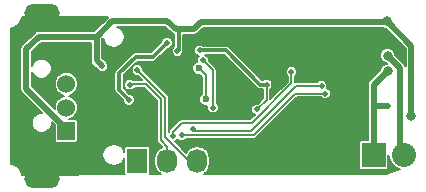
<source format=gbr>
G04 #@! TF.FileFunction,Copper,L2,Bot,Signal*
%FSLAX46Y46*%
G04 Gerber Fmt 4.6, Leading zero omitted, Abs format (unit mm)*
G04 Created by KiCad (PCBNEW 4.0.5) date Friday, February 03, 2017 'PMt' 07:29:22 PM*
%MOMM*%
%LPD*%
G01*
G04 APERTURE LIST*
%ADD10C,0.100000*%
%ADD11O,3.000000X1.500000*%
%ADD12R,1.524000X1.524000*%
%ADD13C,1.524000*%
%ADD14R,1.727200X2.032000*%
%ADD15O,1.727200X2.032000*%
%ADD16R,2.032000X2.032000*%
%ADD17O,2.032000X2.032000*%
%ADD18C,0.600000*%
%ADD19C,0.500000*%
%ADD20C,0.800000*%
%ADD21C,0.500000*%
%ADD22C,0.300000*%
%ADD23C,0.160000*%
%ADD24C,0.200000*%
G04 APERTURE END LIST*
D10*
D11*
X87900000Y-60000000D03*
D12*
X90000000Y-70000000D03*
D13*
X90000000Y-68000000D03*
X90000000Y-66000000D03*
X90000000Y-64000000D03*
D11*
X87900000Y-74000000D03*
D14*
X96000000Y-72500000D03*
D15*
X98540000Y-72500000D03*
X101080000Y-72500000D03*
X103620000Y-72500000D03*
D16*
X116000000Y-72000000D03*
D17*
X118540000Y-72000000D03*
D18*
X88100000Y-63150000D03*
X90100000Y-60850000D03*
X113250000Y-71900000D03*
X114900000Y-69250000D03*
X114650000Y-62100000D03*
X107700000Y-62500000D03*
X107500000Y-61500000D03*
X109750000Y-62450000D03*
X104500000Y-61550000D03*
X109000000Y-71400000D03*
X106300000Y-70750000D03*
X90500000Y-73000000D03*
D19*
X101600000Y-61500000D03*
X99600000Y-66000000D03*
X102300000Y-68700000D03*
X99600000Y-68300000D03*
X97450000Y-68300000D03*
X95000000Y-69000000D03*
X99400000Y-63200000D03*
X93900000Y-60650000D03*
X93050000Y-64500000D03*
X110100000Y-60750000D03*
D20*
X119200000Y-68700000D03*
X117100000Y-60700000D03*
D19*
X99000000Y-70400000D03*
X109050000Y-65000000D03*
D18*
X101800000Y-67300000D03*
X101200000Y-64650000D03*
D19*
X98500000Y-62500000D03*
X95275000Y-67325000D03*
X106150000Y-68150000D03*
X106950000Y-66050000D03*
X101300000Y-63150000D03*
X117200000Y-67850000D03*
D20*
X117200000Y-64900000D03*
X117200000Y-63600000D03*
D19*
X96000000Y-64800000D03*
X95350000Y-66050000D03*
X101550000Y-64000000D03*
X102400000Y-68000000D03*
X111600000Y-66150000D03*
X100700000Y-69800000D03*
X111900000Y-66800000D03*
X99750000Y-70300000D03*
D21*
X87900000Y-60000000D02*
X87900000Y-61150000D01*
X87900000Y-74000000D02*
X87900000Y-72650000D01*
D22*
X100300000Y-65250000D02*
X100300000Y-65300000D01*
X101600000Y-61500000D02*
X100300000Y-62800000D01*
X100300000Y-62800000D02*
X100300000Y-65250000D01*
X100300000Y-65300000D02*
X99600000Y-66000000D01*
X102300000Y-68700000D02*
X101900000Y-68300000D01*
X101900000Y-68300000D02*
X99600000Y-68300000D01*
X95700000Y-68300000D02*
X97450000Y-68300000D01*
X95000000Y-69000000D02*
X95700000Y-68300000D01*
X99500000Y-63150000D02*
X99500000Y-61350000D01*
X99400000Y-63250000D02*
X99500000Y-63150000D01*
X99400000Y-63200000D02*
X99400000Y-63250000D01*
D21*
X92550000Y-64000000D02*
X92550000Y-62000000D01*
X93050000Y-64500000D02*
X92550000Y-64000000D01*
X90000000Y-70000000D02*
X90000000Y-69800000D01*
X90000000Y-69800000D02*
X86600000Y-66400000D01*
X86600000Y-66400000D02*
X86600000Y-63050000D01*
X86600000Y-63050000D02*
X87650000Y-62000000D01*
X87650000Y-62000000D02*
X92550000Y-62000000D01*
X92550000Y-62000000D02*
X93900000Y-60650000D01*
X110100000Y-60750000D02*
X117050000Y-60750000D01*
X117050000Y-60750000D02*
X117100000Y-60700000D01*
X99250000Y-61350000D02*
X99500000Y-61350000D01*
X99500000Y-61350000D02*
X100800000Y-61350000D01*
X101400000Y-60750000D02*
X110100000Y-60750000D01*
X100800000Y-61350000D02*
X101400000Y-60750000D01*
X98550000Y-60650000D02*
X93900000Y-60650000D01*
X99250000Y-61350000D02*
X98550000Y-60650000D01*
X119200000Y-62800000D02*
X119200000Y-68700000D01*
X117100000Y-60700000D02*
X119200000Y-62800000D01*
D23*
X109050000Y-65000000D02*
X109050000Y-65950000D01*
X99000000Y-70400000D02*
X99000000Y-70050000D01*
X99000000Y-70050000D02*
X99750000Y-69300000D01*
X99750000Y-69300000D02*
X105700000Y-69300000D01*
X105700000Y-69300000D02*
X109050000Y-65950000D01*
D24*
X101800000Y-65250000D02*
X101800000Y-67300000D01*
X101200000Y-64650000D02*
X101800000Y-65250000D01*
D22*
X94450000Y-66500000D02*
X95275000Y-67325000D01*
X94450000Y-65100000D02*
X94450000Y-66500000D01*
X95850000Y-63700000D02*
X94450000Y-65100000D01*
X97300000Y-63700000D02*
X95850000Y-63700000D01*
X98500000Y-62500000D02*
X97300000Y-63700000D01*
D23*
X106950000Y-67350000D02*
X106950000Y-66050000D01*
X106150000Y-68150000D02*
X106950000Y-67350000D01*
D22*
X106400000Y-66050000D02*
X106950000Y-66050000D01*
X103500000Y-63150000D02*
X106400000Y-66050000D01*
X101300000Y-63150000D02*
X103500000Y-63150000D01*
D21*
X117200000Y-67850000D02*
X116000000Y-67850000D01*
X116000000Y-67850000D02*
X116050000Y-67850000D01*
X116050000Y-67850000D02*
X116000000Y-67850000D01*
X116000000Y-66100000D02*
X116000000Y-67850000D01*
X116000000Y-67850000D02*
X116000000Y-72000000D01*
X117200000Y-64900000D02*
X116000000Y-66100000D01*
X117200000Y-63600000D02*
X118250000Y-64650000D01*
X118250000Y-64650000D02*
X118250000Y-71710000D01*
X118250000Y-71710000D02*
X118540000Y-72000000D01*
D23*
X98350000Y-70500000D02*
X100350000Y-72500000D01*
X98350000Y-67150000D02*
X98350000Y-70500000D01*
X96000000Y-64800000D02*
X98350000Y-67150000D01*
X100350000Y-72500000D02*
X101080000Y-72500000D01*
X96700000Y-66000000D02*
X98000000Y-67300000D01*
X98000000Y-67300000D02*
X98000000Y-70750000D01*
X98000000Y-70750000D02*
X98540000Y-71290000D01*
X98540000Y-71290000D02*
X98540000Y-72500000D01*
X95400000Y-66000000D02*
X96700000Y-66000000D01*
X95350000Y-66050000D02*
X95400000Y-66000000D01*
X102400000Y-67550000D02*
X102400000Y-64850000D01*
X101550000Y-64000000D02*
X102400000Y-64850000D01*
X102400000Y-68000000D02*
X102400000Y-67550000D01*
X100900000Y-69950000D02*
X105650000Y-69950000D01*
X105650000Y-69950000D02*
X106350000Y-69250000D01*
X106350000Y-69250000D02*
X109450000Y-66150000D01*
X109450000Y-66150000D02*
X111600000Y-66150000D01*
X100850000Y-69950000D02*
X100900000Y-69950000D01*
X100700000Y-69800000D02*
X100850000Y-69950000D01*
X109350000Y-66800000D02*
X111900000Y-66800000D01*
X105850000Y-70300000D02*
X109350000Y-66800000D01*
X99750000Y-70300000D02*
X105850000Y-70300000D01*
X99750000Y-70300000D02*
X99750000Y-70300000D01*
G36*
X91030692Y-60322754D02*
X91059393Y-60328463D01*
X91075000Y-60330000D01*
X93526989Y-60330000D01*
X93484840Y-60372075D01*
X93484755Y-60372280D01*
X92347036Y-61510000D01*
X87650000Y-61510000D01*
X87462485Y-61547299D01*
X87303518Y-61653518D01*
X86253518Y-62703518D01*
X86147299Y-62862485D01*
X86110000Y-63050000D01*
X86110000Y-66400000D01*
X86147299Y-66587515D01*
X86253518Y-66746482D01*
X87967094Y-68460058D01*
X87733647Y-68459854D01*
X87424800Y-68587467D01*
X87188298Y-68823557D01*
X87060146Y-69132181D01*
X87059854Y-69466353D01*
X87187467Y-69775200D01*
X87423557Y-70011702D01*
X87732181Y-70139854D01*
X88066353Y-70140146D01*
X88375200Y-70012533D01*
X88611702Y-69776443D01*
X88739854Y-69467819D01*
X88740059Y-69233023D01*
X88993299Y-69486263D01*
X88993299Y-70762000D01*
X89010034Y-70850938D01*
X89062596Y-70932623D01*
X89142798Y-70987422D01*
X89238000Y-71006701D01*
X90762000Y-71006701D01*
X90850938Y-70989966D01*
X90932623Y-70937404D01*
X90987422Y-70857202D01*
X91006701Y-70762000D01*
X91006701Y-69238000D01*
X90989966Y-69149062D01*
X90937404Y-69067377D01*
X90857202Y-69012578D01*
X90762000Y-68993299D01*
X90219913Y-68993299D01*
X90566846Y-68849949D01*
X90848959Y-68568328D01*
X91001825Y-68200184D01*
X91002173Y-67801564D01*
X90849949Y-67433154D01*
X90568328Y-67151041D01*
X90204138Y-66999817D01*
X90566846Y-66849949D01*
X90848959Y-66568328D01*
X91001825Y-66200184D01*
X91002173Y-65801564D01*
X90849949Y-65433154D01*
X90568328Y-65151041D01*
X90445408Y-65100000D01*
X94059999Y-65100000D01*
X94060000Y-65100005D01*
X94060000Y-66499995D01*
X94059999Y-66500000D01*
X94077902Y-66590000D01*
X94089687Y-66649247D01*
X94154657Y-66746482D01*
X94174228Y-66775772D01*
X94784946Y-67386490D01*
X94784915Y-67422039D01*
X94859356Y-67602200D01*
X94997075Y-67740160D01*
X95177105Y-67814915D01*
X95372039Y-67815085D01*
X95552200Y-67740644D01*
X95690160Y-67602925D01*
X95764915Y-67422895D01*
X95765085Y-67227961D01*
X95690644Y-67047800D01*
X95552925Y-66909840D01*
X95372895Y-66835085D01*
X95336597Y-66835053D01*
X94840000Y-66338456D01*
X94840000Y-65261544D01*
X96011544Y-64090000D01*
X97299995Y-64090000D01*
X97300000Y-64090001D01*
X97424485Y-64065239D01*
X97449247Y-64060313D01*
X97575772Y-63975772D01*
X98561489Y-62990054D01*
X98597039Y-62990085D01*
X98777200Y-62915644D01*
X98915160Y-62777925D01*
X98989915Y-62597895D01*
X98990085Y-62402961D01*
X98915644Y-62222800D01*
X98777925Y-62084840D01*
X98597895Y-62010085D01*
X98402961Y-62009915D01*
X98222800Y-62084356D01*
X98084840Y-62222075D01*
X98010085Y-62402105D01*
X98010053Y-62438403D01*
X97138456Y-63310000D01*
X95850005Y-63310000D01*
X95850000Y-63309999D01*
X95725515Y-63334761D01*
X95700753Y-63339687D01*
X95611615Y-63399247D01*
X95574228Y-63424228D01*
X94174228Y-64824228D01*
X94089687Y-64950753D01*
X94089687Y-64950754D01*
X94059999Y-65100000D01*
X90445408Y-65100000D01*
X90200184Y-64998175D01*
X89801564Y-64997827D01*
X89433154Y-65150051D01*
X89151041Y-65431672D01*
X88998175Y-65799816D01*
X88997827Y-66198436D01*
X89150051Y-66566846D01*
X89431672Y-66848959D01*
X89795862Y-67000183D01*
X89433154Y-67150051D01*
X89151041Y-67431672D01*
X88998175Y-67799816D01*
X88997909Y-68104945D01*
X87090000Y-66197036D01*
X87090000Y-64939312D01*
X87187467Y-65175200D01*
X87423557Y-65411702D01*
X87732181Y-65539854D01*
X88066353Y-65540146D01*
X88375200Y-65412533D01*
X88611702Y-65176443D01*
X88739854Y-64867819D01*
X88740146Y-64533647D01*
X88612533Y-64224800D01*
X88376443Y-63988298D01*
X88067819Y-63860146D01*
X87733647Y-63859854D01*
X87424800Y-63987467D01*
X87188298Y-64223557D01*
X87090000Y-64460285D01*
X87090000Y-63252964D01*
X87852964Y-62490000D01*
X92060000Y-62490000D01*
X92060000Y-64000000D01*
X92097299Y-64187515D01*
X92203518Y-64346482D01*
X92702930Y-64845894D01*
X92772075Y-64915160D01*
X92952105Y-64989915D01*
X93147039Y-64990085D01*
X93327200Y-64915644D01*
X93465160Y-64777925D01*
X93539915Y-64597895D01*
X93540085Y-64402961D01*
X93465644Y-64222800D01*
X93327925Y-64084840D01*
X93327718Y-64084754D01*
X93040000Y-63797036D01*
X93040000Y-62202964D01*
X93104305Y-62138659D01*
X93147004Y-62353322D01*
X93347145Y-62652855D01*
X93646678Y-62852996D01*
X94000000Y-62923276D01*
X94353322Y-62852996D01*
X94652855Y-62652855D01*
X94852996Y-62353322D01*
X94923276Y-62000000D01*
X94852996Y-61646678D01*
X94652855Y-61347145D01*
X94353322Y-61147004D01*
X94318110Y-61140000D01*
X98347036Y-61140000D01*
X98903517Y-61696482D01*
X99047402Y-61792623D01*
X99062485Y-61802701D01*
X99110000Y-61812152D01*
X99110000Y-62797134D01*
X98984840Y-62922075D01*
X98910085Y-63102105D01*
X98909915Y-63297039D01*
X98984356Y-63477200D01*
X99122075Y-63615160D01*
X99302105Y-63689915D01*
X99497039Y-63690085D01*
X99677200Y-63615644D01*
X99815160Y-63477925D01*
X99889915Y-63297895D01*
X99890085Y-63102961D01*
X99890000Y-63102755D01*
X99890000Y-61840000D01*
X100800000Y-61840000D01*
X100987515Y-61802701D01*
X101146482Y-61696482D01*
X101602964Y-61240000D01*
X110099572Y-61240000D01*
X110197039Y-61240085D01*
X110197245Y-61240000D01*
X116734751Y-61240000D01*
X116736996Y-61242249D01*
X116972138Y-61339888D01*
X117046989Y-61339954D01*
X118710000Y-63002965D01*
X118710000Y-64499180D01*
X118702701Y-64462485D01*
X118596482Y-64303518D01*
X117840046Y-63547082D01*
X117840111Y-63473255D01*
X117742882Y-63237943D01*
X117563004Y-63057751D01*
X117327862Y-62960112D01*
X117073255Y-62959889D01*
X116837943Y-63057118D01*
X116657751Y-63236996D01*
X116560112Y-63472138D01*
X116559889Y-63726745D01*
X116657118Y-63962057D01*
X116836996Y-64142249D01*
X117072138Y-64239888D01*
X117146990Y-64239954D01*
X117167007Y-64259971D01*
X117073255Y-64259889D01*
X116837943Y-64357118D01*
X116657751Y-64536996D01*
X116560112Y-64772138D01*
X116560046Y-64846989D01*
X115653518Y-65753518D01*
X115547299Y-65912485D01*
X115510000Y-66100000D01*
X115510000Y-70739299D01*
X114984000Y-70739299D01*
X114895062Y-70756034D01*
X114813377Y-70808596D01*
X114758578Y-70888798D01*
X114739299Y-70984000D01*
X114739299Y-73016000D01*
X114756034Y-73104938D01*
X114808596Y-73186623D01*
X114888798Y-73241422D01*
X114984000Y-73260701D01*
X117016000Y-73260701D01*
X117104938Y-73243966D01*
X117186623Y-73191404D01*
X117241422Y-73111202D01*
X117260701Y-73016000D01*
X117260701Y-72006571D01*
X117355001Y-72480650D01*
X117627268Y-72888126D01*
X118034744Y-73160393D01*
X118242101Y-73201639D01*
X117057793Y-73596408D01*
X116912413Y-73620000D01*
X101616968Y-73620000D01*
X101860363Y-73457369D01*
X102099593Y-73099335D01*
X102183600Y-72677006D01*
X102183600Y-72322994D01*
X102099593Y-71900665D01*
X101860363Y-71542631D01*
X101502329Y-71303401D01*
X101080000Y-71219394D01*
X100657671Y-71303401D01*
X100299637Y-71542631D01*
X100117607Y-71815059D01*
X99164683Y-70862135D01*
X99277200Y-70815644D01*
X99415160Y-70677925D01*
X99420960Y-70663956D01*
X99472075Y-70715160D01*
X99652105Y-70789915D01*
X99847039Y-70790085D01*
X100027200Y-70715644D01*
X100123011Y-70620000D01*
X105850000Y-70620000D01*
X105972459Y-70595641D01*
X106076274Y-70526274D01*
X109482549Y-67120000D01*
X111527081Y-67120000D01*
X111622075Y-67215160D01*
X111802105Y-67289915D01*
X111997039Y-67290085D01*
X112177200Y-67215644D01*
X112315160Y-67077925D01*
X112389915Y-66897895D01*
X112390085Y-66702961D01*
X112315644Y-66522800D01*
X112177925Y-66384840D01*
X112054356Y-66333530D01*
X112089915Y-66247895D01*
X112090085Y-66052961D01*
X112015644Y-65872800D01*
X111877925Y-65734840D01*
X111697895Y-65660085D01*
X111502961Y-65659915D01*
X111322800Y-65734356D01*
X111226989Y-65830000D01*
X109450000Y-65830000D01*
X109370000Y-65845913D01*
X109370000Y-65372919D01*
X109465160Y-65277925D01*
X109539915Y-65097895D01*
X109540085Y-64902961D01*
X109465644Y-64722800D01*
X109327925Y-64584840D01*
X109147895Y-64510085D01*
X108952961Y-64509915D01*
X108772800Y-64584356D01*
X108634840Y-64722075D01*
X108560085Y-64902105D01*
X108559915Y-65097039D01*
X108634356Y-65277200D01*
X108730000Y-65373011D01*
X108730000Y-65817452D01*
X107270000Y-67277452D01*
X107270000Y-66422919D01*
X107365160Y-66327925D01*
X107439915Y-66147895D01*
X107440085Y-65952961D01*
X107365644Y-65772800D01*
X107227925Y-65634840D01*
X107047895Y-65560085D01*
X106852961Y-65559915D01*
X106672800Y-65634356D01*
X106647111Y-65660000D01*
X106561543Y-65660000D01*
X103775772Y-62874228D01*
X103743996Y-62852996D01*
X103649247Y-62789687D01*
X103622446Y-62784356D01*
X103500000Y-62759999D01*
X103499995Y-62760000D01*
X101603041Y-62760000D01*
X101577925Y-62734840D01*
X101397895Y-62660085D01*
X101202961Y-62659915D01*
X101022800Y-62734356D01*
X100884840Y-62872075D01*
X100810085Y-63052105D01*
X100809915Y-63247039D01*
X100884356Y-63427200D01*
X101022075Y-63565160D01*
X101202105Y-63639915D01*
X101217131Y-63639928D01*
X101134840Y-63722075D01*
X101060085Y-63902105D01*
X101059915Y-64097039D01*
X101069290Y-64119728D01*
X100894514Y-64191944D01*
X100742477Y-64343715D01*
X100660094Y-64542116D01*
X100659907Y-64756941D01*
X100741944Y-64955486D01*
X100893715Y-65107523D01*
X101092116Y-65189906D01*
X101259219Y-65190051D01*
X101460000Y-65390832D01*
X101460000Y-66876398D01*
X101342477Y-66993715D01*
X101260094Y-67192116D01*
X101259907Y-67406941D01*
X101341944Y-67605486D01*
X101493715Y-67757523D01*
X101692116Y-67839906D01*
X101906941Y-67840093D01*
X101941819Y-67825682D01*
X101910085Y-67902105D01*
X101909915Y-68097039D01*
X101984356Y-68277200D01*
X102122075Y-68415160D01*
X102302105Y-68489915D01*
X102497039Y-68490085D01*
X102677200Y-68415644D01*
X102815160Y-68277925D01*
X102889915Y-68097895D01*
X102890085Y-67902961D01*
X102815644Y-67722800D01*
X102720000Y-67626989D01*
X102720000Y-64850000D01*
X102714874Y-64824228D01*
X102695642Y-64727542D01*
X102626275Y-64623726D01*
X102039968Y-64037419D01*
X102040085Y-63902961D01*
X101965644Y-63722800D01*
X101827925Y-63584840D01*
X101719938Y-63540000D01*
X103338456Y-63540000D01*
X106124226Y-66325769D01*
X106124228Y-66325772D01*
X106250753Y-66410313D01*
X106400000Y-66440000D01*
X106630000Y-66440000D01*
X106630000Y-67217452D01*
X106187420Y-67660032D01*
X106052961Y-67659915D01*
X105872800Y-67734356D01*
X105734840Y-67872075D01*
X105660085Y-68052105D01*
X105659915Y-68247039D01*
X105734356Y-68427200D01*
X105872075Y-68565160D01*
X105949954Y-68597498D01*
X105567452Y-68980000D01*
X99750000Y-68980000D01*
X99627541Y-69004359D01*
X99564500Y-69046482D01*
X99523726Y-69073726D01*
X98773726Y-69823726D01*
X98704359Y-69927541D01*
X98685688Y-70021403D01*
X98670000Y-70037064D01*
X98670000Y-67150000D01*
X98645641Y-67027541D01*
X98576274Y-66923726D01*
X96489968Y-64837420D01*
X96490085Y-64702961D01*
X96415644Y-64522800D01*
X96277925Y-64384840D01*
X96097895Y-64310085D01*
X95902961Y-64309915D01*
X95722800Y-64384356D01*
X95584840Y-64522075D01*
X95510085Y-64702105D01*
X95509915Y-64897039D01*
X95584356Y-65077200D01*
X95722075Y-65215160D01*
X95902105Y-65289915D01*
X96037485Y-65290033D01*
X96427452Y-65680000D01*
X95673006Y-65680000D01*
X95627925Y-65634840D01*
X95447895Y-65560085D01*
X95252961Y-65559915D01*
X95072800Y-65634356D01*
X94934840Y-65772075D01*
X94860085Y-65952105D01*
X94859915Y-66147039D01*
X94934356Y-66327200D01*
X95072075Y-66465160D01*
X95252105Y-66539915D01*
X95447039Y-66540085D01*
X95627200Y-66465644D01*
X95765160Y-66327925D01*
X95768451Y-66320000D01*
X96567452Y-66320000D01*
X97680000Y-67432548D01*
X97680000Y-70750000D01*
X97704359Y-70872459D01*
X97747754Y-70937404D01*
X97773726Y-70976274D01*
X98107589Y-71310137D01*
X97759637Y-71542631D01*
X97520407Y-71900665D01*
X97436400Y-72322994D01*
X97436400Y-72677006D01*
X97520407Y-73099335D01*
X97759637Y-73457369D01*
X98003032Y-73620000D01*
X97083011Y-73620000D01*
X97089022Y-73611202D01*
X97108301Y-73516000D01*
X97108301Y-71484000D01*
X97091566Y-71395062D01*
X97039004Y-71313377D01*
X96958802Y-71258578D01*
X96863600Y-71239299D01*
X95136400Y-71239299D01*
X95047462Y-71256034D01*
X94965777Y-71308596D01*
X94910978Y-71388798D01*
X94891699Y-71484000D01*
X94891699Y-71719691D01*
X94875335Y-71637424D01*
X94669953Y-71330047D01*
X94362576Y-71124665D01*
X94000000Y-71052544D01*
X93637424Y-71124665D01*
X93330047Y-71330047D01*
X93124665Y-71637424D01*
X93052544Y-72000000D01*
X93124665Y-72362576D01*
X93330047Y-72669953D01*
X93637424Y-72875335D01*
X94000000Y-72947456D01*
X94362576Y-72875335D01*
X94669953Y-72669953D01*
X94875335Y-72362576D01*
X94891699Y-72280309D01*
X94891699Y-73516000D01*
X94908434Y-73604938D01*
X94918126Y-73620000D01*
X91100000Y-73620000D01*
X91084393Y-73621537D01*
X91046125Y-73629149D01*
X91017287Y-73641094D01*
X90984844Y-73662771D01*
X90962771Y-73684844D01*
X90962667Y-73685000D01*
X86258514Y-73685000D01*
X86232827Y-73555864D01*
X86232389Y-73554806D01*
X86185793Y-73442312D01*
X85969020Y-73117888D01*
X85882112Y-73030980D01*
X85882109Y-73030979D01*
X85557688Y-72814207D01*
X85444137Y-72767173D01*
X85444136Y-72767173D01*
X85315000Y-72741486D01*
X85315000Y-61258514D01*
X85444136Y-61232827D01*
X85444137Y-61232827D01*
X85557688Y-61185793D01*
X85882109Y-60969021D01*
X85882112Y-60969020D01*
X85969020Y-60882112D01*
X86185793Y-60557688D01*
X86232827Y-60444137D01*
X86232827Y-60444136D01*
X86237100Y-60422656D01*
X86238516Y-60419115D01*
X86242794Y-60404533D01*
X86260037Y-60315000D01*
X91011972Y-60315000D01*
X91030692Y-60322754D01*
X91030692Y-60322754D01*
G37*
X91030692Y-60322754D02*
X91059393Y-60328463D01*
X91075000Y-60330000D01*
X93526989Y-60330000D01*
X93484840Y-60372075D01*
X93484755Y-60372280D01*
X92347036Y-61510000D01*
X87650000Y-61510000D01*
X87462485Y-61547299D01*
X87303518Y-61653518D01*
X86253518Y-62703518D01*
X86147299Y-62862485D01*
X86110000Y-63050000D01*
X86110000Y-66400000D01*
X86147299Y-66587515D01*
X86253518Y-66746482D01*
X87967094Y-68460058D01*
X87733647Y-68459854D01*
X87424800Y-68587467D01*
X87188298Y-68823557D01*
X87060146Y-69132181D01*
X87059854Y-69466353D01*
X87187467Y-69775200D01*
X87423557Y-70011702D01*
X87732181Y-70139854D01*
X88066353Y-70140146D01*
X88375200Y-70012533D01*
X88611702Y-69776443D01*
X88739854Y-69467819D01*
X88740059Y-69233023D01*
X88993299Y-69486263D01*
X88993299Y-70762000D01*
X89010034Y-70850938D01*
X89062596Y-70932623D01*
X89142798Y-70987422D01*
X89238000Y-71006701D01*
X90762000Y-71006701D01*
X90850938Y-70989966D01*
X90932623Y-70937404D01*
X90987422Y-70857202D01*
X91006701Y-70762000D01*
X91006701Y-69238000D01*
X90989966Y-69149062D01*
X90937404Y-69067377D01*
X90857202Y-69012578D01*
X90762000Y-68993299D01*
X90219913Y-68993299D01*
X90566846Y-68849949D01*
X90848959Y-68568328D01*
X91001825Y-68200184D01*
X91002173Y-67801564D01*
X90849949Y-67433154D01*
X90568328Y-67151041D01*
X90204138Y-66999817D01*
X90566846Y-66849949D01*
X90848959Y-66568328D01*
X91001825Y-66200184D01*
X91002173Y-65801564D01*
X90849949Y-65433154D01*
X90568328Y-65151041D01*
X90445408Y-65100000D01*
X94059999Y-65100000D01*
X94060000Y-65100005D01*
X94060000Y-66499995D01*
X94059999Y-66500000D01*
X94077902Y-66590000D01*
X94089687Y-66649247D01*
X94154657Y-66746482D01*
X94174228Y-66775772D01*
X94784946Y-67386490D01*
X94784915Y-67422039D01*
X94859356Y-67602200D01*
X94997075Y-67740160D01*
X95177105Y-67814915D01*
X95372039Y-67815085D01*
X95552200Y-67740644D01*
X95690160Y-67602925D01*
X95764915Y-67422895D01*
X95765085Y-67227961D01*
X95690644Y-67047800D01*
X95552925Y-66909840D01*
X95372895Y-66835085D01*
X95336597Y-66835053D01*
X94840000Y-66338456D01*
X94840000Y-65261544D01*
X96011544Y-64090000D01*
X97299995Y-64090000D01*
X97300000Y-64090001D01*
X97424485Y-64065239D01*
X97449247Y-64060313D01*
X97575772Y-63975772D01*
X98561489Y-62990054D01*
X98597039Y-62990085D01*
X98777200Y-62915644D01*
X98915160Y-62777925D01*
X98989915Y-62597895D01*
X98990085Y-62402961D01*
X98915644Y-62222800D01*
X98777925Y-62084840D01*
X98597895Y-62010085D01*
X98402961Y-62009915D01*
X98222800Y-62084356D01*
X98084840Y-62222075D01*
X98010085Y-62402105D01*
X98010053Y-62438403D01*
X97138456Y-63310000D01*
X95850005Y-63310000D01*
X95850000Y-63309999D01*
X95725515Y-63334761D01*
X95700753Y-63339687D01*
X95611615Y-63399247D01*
X95574228Y-63424228D01*
X94174228Y-64824228D01*
X94089687Y-64950753D01*
X94089687Y-64950754D01*
X94059999Y-65100000D01*
X90445408Y-65100000D01*
X90200184Y-64998175D01*
X89801564Y-64997827D01*
X89433154Y-65150051D01*
X89151041Y-65431672D01*
X88998175Y-65799816D01*
X88997827Y-66198436D01*
X89150051Y-66566846D01*
X89431672Y-66848959D01*
X89795862Y-67000183D01*
X89433154Y-67150051D01*
X89151041Y-67431672D01*
X88998175Y-67799816D01*
X88997909Y-68104945D01*
X87090000Y-66197036D01*
X87090000Y-64939312D01*
X87187467Y-65175200D01*
X87423557Y-65411702D01*
X87732181Y-65539854D01*
X88066353Y-65540146D01*
X88375200Y-65412533D01*
X88611702Y-65176443D01*
X88739854Y-64867819D01*
X88740146Y-64533647D01*
X88612533Y-64224800D01*
X88376443Y-63988298D01*
X88067819Y-63860146D01*
X87733647Y-63859854D01*
X87424800Y-63987467D01*
X87188298Y-64223557D01*
X87090000Y-64460285D01*
X87090000Y-63252964D01*
X87852964Y-62490000D01*
X92060000Y-62490000D01*
X92060000Y-64000000D01*
X92097299Y-64187515D01*
X92203518Y-64346482D01*
X92702930Y-64845894D01*
X92772075Y-64915160D01*
X92952105Y-64989915D01*
X93147039Y-64990085D01*
X93327200Y-64915644D01*
X93465160Y-64777925D01*
X93539915Y-64597895D01*
X93540085Y-64402961D01*
X93465644Y-64222800D01*
X93327925Y-64084840D01*
X93327718Y-64084754D01*
X93040000Y-63797036D01*
X93040000Y-62202964D01*
X93104305Y-62138659D01*
X93147004Y-62353322D01*
X93347145Y-62652855D01*
X93646678Y-62852996D01*
X94000000Y-62923276D01*
X94353322Y-62852996D01*
X94652855Y-62652855D01*
X94852996Y-62353322D01*
X94923276Y-62000000D01*
X94852996Y-61646678D01*
X94652855Y-61347145D01*
X94353322Y-61147004D01*
X94318110Y-61140000D01*
X98347036Y-61140000D01*
X98903517Y-61696482D01*
X99047402Y-61792623D01*
X99062485Y-61802701D01*
X99110000Y-61812152D01*
X99110000Y-62797134D01*
X98984840Y-62922075D01*
X98910085Y-63102105D01*
X98909915Y-63297039D01*
X98984356Y-63477200D01*
X99122075Y-63615160D01*
X99302105Y-63689915D01*
X99497039Y-63690085D01*
X99677200Y-63615644D01*
X99815160Y-63477925D01*
X99889915Y-63297895D01*
X99890085Y-63102961D01*
X99890000Y-63102755D01*
X99890000Y-61840000D01*
X100800000Y-61840000D01*
X100987515Y-61802701D01*
X101146482Y-61696482D01*
X101602964Y-61240000D01*
X110099572Y-61240000D01*
X110197039Y-61240085D01*
X110197245Y-61240000D01*
X116734751Y-61240000D01*
X116736996Y-61242249D01*
X116972138Y-61339888D01*
X117046989Y-61339954D01*
X118710000Y-63002965D01*
X118710000Y-64499180D01*
X118702701Y-64462485D01*
X118596482Y-64303518D01*
X117840046Y-63547082D01*
X117840111Y-63473255D01*
X117742882Y-63237943D01*
X117563004Y-63057751D01*
X117327862Y-62960112D01*
X117073255Y-62959889D01*
X116837943Y-63057118D01*
X116657751Y-63236996D01*
X116560112Y-63472138D01*
X116559889Y-63726745D01*
X116657118Y-63962057D01*
X116836996Y-64142249D01*
X117072138Y-64239888D01*
X117146990Y-64239954D01*
X117167007Y-64259971D01*
X117073255Y-64259889D01*
X116837943Y-64357118D01*
X116657751Y-64536996D01*
X116560112Y-64772138D01*
X116560046Y-64846989D01*
X115653518Y-65753518D01*
X115547299Y-65912485D01*
X115510000Y-66100000D01*
X115510000Y-70739299D01*
X114984000Y-70739299D01*
X114895062Y-70756034D01*
X114813377Y-70808596D01*
X114758578Y-70888798D01*
X114739299Y-70984000D01*
X114739299Y-73016000D01*
X114756034Y-73104938D01*
X114808596Y-73186623D01*
X114888798Y-73241422D01*
X114984000Y-73260701D01*
X117016000Y-73260701D01*
X117104938Y-73243966D01*
X117186623Y-73191404D01*
X117241422Y-73111202D01*
X117260701Y-73016000D01*
X117260701Y-72006571D01*
X117355001Y-72480650D01*
X117627268Y-72888126D01*
X118034744Y-73160393D01*
X118242101Y-73201639D01*
X117057793Y-73596408D01*
X116912413Y-73620000D01*
X101616968Y-73620000D01*
X101860363Y-73457369D01*
X102099593Y-73099335D01*
X102183600Y-72677006D01*
X102183600Y-72322994D01*
X102099593Y-71900665D01*
X101860363Y-71542631D01*
X101502329Y-71303401D01*
X101080000Y-71219394D01*
X100657671Y-71303401D01*
X100299637Y-71542631D01*
X100117607Y-71815059D01*
X99164683Y-70862135D01*
X99277200Y-70815644D01*
X99415160Y-70677925D01*
X99420960Y-70663956D01*
X99472075Y-70715160D01*
X99652105Y-70789915D01*
X99847039Y-70790085D01*
X100027200Y-70715644D01*
X100123011Y-70620000D01*
X105850000Y-70620000D01*
X105972459Y-70595641D01*
X106076274Y-70526274D01*
X109482549Y-67120000D01*
X111527081Y-67120000D01*
X111622075Y-67215160D01*
X111802105Y-67289915D01*
X111997039Y-67290085D01*
X112177200Y-67215644D01*
X112315160Y-67077925D01*
X112389915Y-66897895D01*
X112390085Y-66702961D01*
X112315644Y-66522800D01*
X112177925Y-66384840D01*
X112054356Y-66333530D01*
X112089915Y-66247895D01*
X112090085Y-66052961D01*
X112015644Y-65872800D01*
X111877925Y-65734840D01*
X111697895Y-65660085D01*
X111502961Y-65659915D01*
X111322800Y-65734356D01*
X111226989Y-65830000D01*
X109450000Y-65830000D01*
X109370000Y-65845913D01*
X109370000Y-65372919D01*
X109465160Y-65277925D01*
X109539915Y-65097895D01*
X109540085Y-64902961D01*
X109465644Y-64722800D01*
X109327925Y-64584840D01*
X109147895Y-64510085D01*
X108952961Y-64509915D01*
X108772800Y-64584356D01*
X108634840Y-64722075D01*
X108560085Y-64902105D01*
X108559915Y-65097039D01*
X108634356Y-65277200D01*
X108730000Y-65373011D01*
X108730000Y-65817452D01*
X107270000Y-67277452D01*
X107270000Y-66422919D01*
X107365160Y-66327925D01*
X107439915Y-66147895D01*
X107440085Y-65952961D01*
X107365644Y-65772800D01*
X107227925Y-65634840D01*
X107047895Y-65560085D01*
X106852961Y-65559915D01*
X106672800Y-65634356D01*
X106647111Y-65660000D01*
X106561543Y-65660000D01*
X103775772Y-62874228D01*
X103743996Y-62852996D01*
X103649247Y-62789687D01*
X103622446Y-62784356D01*
X103500000Y-62759999D01*
X103499995Y-62760000D01*
X101603041Y-62760000D01*
X101577925Y-62734840D01*
X101397895Y-62660085D01*
X101202961Y-62659915D01*
X101022800Y-62734356D01*
X100884840Y-62872075D01*
X100810085Y-63052105D01*
X100809915Y-63247039D01*
X100884356Y-63427200D01*
X101022075Y-63565160D01*
X101202105Y-63639915D01*
X101217131Y-63639928D01*
X101134840Y-63722075D01*
X101060085Y-63902105D01*
X101059915Y-64097039D01*
X101069290Y-64119728D01*
X100894514Y-64191944D01*
X100742477Y-64343715D01*
X100660094Y-64542116D01*
X100659907Y-64756941D01*
X100741944Y-64955486D01*
X100893715Y-65107523D01*
X101092116Y-65189906D01*
X101259219Y-65190051D01*
X101460000Y-65390832D01*
X101460000Y-66876398D01*
X101342477Y-66993715D01*
X101260094Y-67192116D01*
X101259907Y-67406941D01*
X101341944Y-67605486D01*
X101493715Y-67757523D01*
X101692116Y-67839906D01*
X101906941Y-67840093D01*
X101941819Y-67825682D01*
X101910085Y-67902105D01*
X101909915Y-68097039D01*
X101984356Y-68277200D01*
X102122075Y-68415160D01*
X102302105Y-68489915D01*
X102497039Y-68490085D01*
X102677200Y-68415644D01*
X102815160Y-68277925D01*
X102889915Y-68097895D01*
X102890085Y-67902961D01*
X102815644Y-67722800D01*
X102720000Y-67626989D01*
X102720000Y-64850000D01*
X102714874Y-64824228D01*
X102695642Y-64727542D01*
X102626275Y-64623726D01*
X102039968Y-64037419D01*
X102040085Y-63902961D01*
X101965644Y-63722800D01*
X101827925Y-63584840D01*
X101719938Y-63540000D01*
X103338456Y-63540000D01*
X106124226Y-66325769D01*
X106124228Y-66325772D01*
X106250753Y-66410313D01*
X106400000Y-66440000D01*
X106630000Y-66440000D01*
X106630000Y-67217452D01*
X106187420Y-67660032D01*
X106052961Y-67659915D01*
X105872800Y-67734356D01*
X105734840Y-67872075D01*
X105660085Y-68052105D01*
X105659915Y-68247039D01*
X105734356Y-68427200D01*
X105872075Y-68565160D01*
X105949954Y-68597498D01*
X105567452Y-68980000D01*
X99750000Y-68980000D01*
X99627541Y-69004359D01*
X99564500Y-69046482D01*
X99523726Y-69073726D01*
X98773726Y-69823726D01*
X98704359Y-69927541D01*
X98685688Y-70021403D01*
X98670000Y-70037064D01*
X98670000Y-67150000D01*
X98645641Y-67027541D01*
X98576274Y-66923726D01*
X96489968Y-64837420D01*
X96490085Y-64702961D01*
X96415644Y-64522800D01*
X96277925Y-64384840D01*
X96097895Y-64310085D01*
X95902961Y-64309915D01*
X95722800Y-64384356D01*
X95584840Y-64522075D01*
X95510085Y-64702105D01*
X95509915Y-64897039D01*
X95584356Y-65077200D01*
X95722075Y-65215160D01*
X95902105Y-65289915D01*
X96037485Y-65290033D01*
X96427452Y-65680000D01*
X95673006Y-65680000D01*
X95627925Y-65634840D01*
X95447895Y-65560085D01*
X95252961Y-65559915D01*
X95072800Y-65634356D01*
X94934840Y-65772075D01*
X94860085Y-65952105D01*
X94859915Y-66147039D01*
X94934356Y-66327200D01*
X95072075Y-66465160D01*
X95252105Y-66539915D01*
X95447039Y-66540085D01*
X95627200Y-66465644D01*
X95765160Y-66327925D01*
X95768451Y-66320000D01*
X96567452Y-66320000D01*
X97680000Y-67432548D01*
X97680000Y-70750000D01*
X97704359Y-70872459D01*
X97747754Y-70937404D01*
X97773726Y-70976274D01*
X98107589Y-71310137D01*
X97759637Y-71542631D01*
X97520407Y-71900665D01*
X97436400Y-72322994D01*
X97436400Y-72677006D01*
X97520407Y-73099335D01*
X97759637Y-73457369D01*
X98003032Y-73620000D01*
X97083011Y-73620000D01*
X97089022Y-73611202D01*
X97108301Y-73516000D01*
X97108301Y-71484000D01*
X97091566Y-71395062D01*
X97039004Y-71313377D01*
X96958802Y-71258578D01*
X96863600Y-71239299D01*
X95136400Y-71239299D01*
X95047462Y-71256034D01*
X94965777Y-71308596D01*
X94910978Y-71388798D01*
X94891699Y-71484000D01*
X94891699Y-71719691D01*
X94875335Y-71637424D01*
X94669953Y-71330047D01*
X94362576Y-71124665D01*
X94000000Y-71052544D01*
X93637424Y-71124665D01*
X93330047Y-71330047D01*
X93124665Y-71637424D01*
X93052544Y-72000000D01*
X93124665Y-72362576D01*
X93330047Y-72669953D01*
X93637424Y-72875335D01*
X94000000Y-72947456D01*
X94362576Y-72875335D01*
X94669953Y-72669953D01*
X94875335Y-72362576D01*
X94891699Y-72280309D01*
X94891699Y-73516000D01*
X94908434Y-73604938D01*
X94918126Y-73620000D01*
X91100000Y-73620000D01*
X91084393Y-73621537D01*
X91046125Y-73629149D01*
X91017287Y-73641094D01*
X90984844Y-73662771D01*
X90962771Y-73684844D01*
X90962667Y-73685000D01*
X86258514Y-73685000D01*
X86232827Y-73555864D01*
X86232389Y-73554806D01*
X86185793Y-73442312D01*
X85969020Y-73117888D01*
X85882112Y-73030980D01*
X85882109Y-73030979D01*
X85557688Y-72814207D01*
X85444137Y-72767173D01*
X85444136Y-72767173D01*
X85315000Y-72741486D01*
X85315000Y-61258514D01*
X85444136Y-61232827D01*
X85444137Y-61232827D01*
X85557688Y-61185793D01*
X85882109Y-60969021D01*
X85882112Y-60969020D01*
X85969020Y-60882112D01*
X86185793Y-60557688D01*
X86232827Y-60444137D01*
X86232827Y-60444136D01*
X86237100Y-60422656D01*
X86238516Y-60419115D01*
X86242794Y-60404533D01*
X86260037Y-60315000D01*
X91011972Y-60315000D01*
X91030692Y-60322754D01*
M02*

</source>
